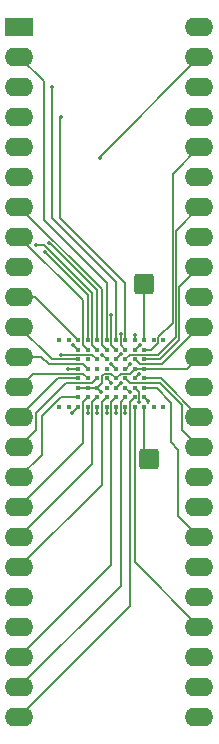
<source format=gbr>
%TF.GenerationSoftware,KiCad,Pcbnew,8.0.3*%
%TF.CreationDate,2024-11-10T13:10:44-08:00*%
%TF.ProjectId,LCSP072rev2,4c435350-3037-4327-9265-76322e6b6963,rev?*%
%TF.SameCoordinates,Original*%
%TF.FileFunction,Copper,L1,Top*%
%TF.FilePolarity,Positive*%
%FSLAX46Y46*%
G04 Gerber Fmt 4.6, Leading zero omitted, Abs format (unit mm)*
G04 Created by KiCad (PCBNEW 8.0.3) date 2024-11-10 13:10:44*
%MOMM*%
%LPD*%
G01*
G04 APERTURE LIST*
G04 Aperture macros list*
%AMRoundRect*
0 Rectangle with rounded corners*
0 $1 Rounding radius*
0 $2 $3 $4 $5 $6 $7 $8 $9 X,Y pos of 4 corners*
0 Add a 4 corners polygon primitive as box body*
4,1,4,$2,$3,$4,$5,$6,$7,$8,$9,$2,$3,0*
0 Add four circle primitives for the rounded corners*
1,1,$1+$1,$2,$3*
1,1,$1+$1,$4,$5*
1,1,$1+$1,$6,$7*
1,1,$1+$1,$8,$9*
0 Add four rect primitives between the rounded corners*
20,1,$1+$1,$2,$3,$4,$5,0*
20,1,$1+$1,$4,$5,$6,$7,0*
20,1,$1+$1,$6,$7,$8,$9,0*
20,1,$1+$1,$8,$9,$2,$3,0*%
G04 Aperture macros list end*
%TA.AperFunction,ComponentPad*%
%ADD10RoundRect,0.250000X-0.600000X-0.600000X0.600000X-0.600000X0.600000X0.600000X-0.600000X0.600000X0*%
%TD*%
%TA.AperFunction,ComponentPad*%
%ADD11R,2.400000X1.600000*%
%TD*%
%TA.AperFunction,ComponentPad*%
%ADD12O,2.400000X1.600000*%
%TD*%
%TA.AperFunction,SMDPad,CuDef*%
%ADD13C,0.450000*%
%TD*%
%TA.AperFunction,ViaPad*%
%ADD14C,0.350000*%
%TD*%
%TA.AperFunction,Conductor*%
%ADD15C,0.127000*%
%TD*%
%TA.AperFunction,Conductor*%
%ADD16C,0.200000*%
%TD*%
G04 APERTURE END LIST*
D10*
%TO.P,J3,1,Pin_1*%
%TO.N,Net-(J3-Pin_1)*%
X132175000Y-104200000D03*
%TD*%
D11*
%TO.P,J1,1,Pin_1*%
%TO.N,/A15*%
X121208800Y-67589400D03*
D12*
%TO.P,J1,2,Pin_2*%
%TO.N,/A14*%
X121208800Y-70129400D03*
%TO.P,J1,3,Pin_3*%
%TO.N,/A13*%
X121208800Y-72669400D03*
%TO.P,J1,4,Pin_4*%
%TO.N,/A12*%
X121208800Y-75209400D03*
%TO.P,J1,5,Pin_5*%
%TO.N,/A11*%
X121208800Y-77749400D03*
%TO.P,J1,6,Pin_6*%
%TO.N,/A10*%
X121208800Y-80289400D03*
%TO.P,J1,7,Pin_7*%
%TO.N,/A9*%
X121208800Y-82829400D03*
%TO.P,J1,8,Pin_8*%
%TO.N,/A8*%
X121208800Y-85369400D03*
%TO.P,J1,9,Pin_9*%
%TO.N,/A21*%
X121208800Y-87909400D03*
%TO.P,J1,10,Pin_10*%
%TO.N,/A20*%
X121208800Y-90449400D03*
%TO.P,J1,11,Pin_11*%
%TO.N,/WE*%
X121208800Y-92989400D03*
%TO.P,J1,12,Pin_12*%
%TO.N,/RST*%
X121208800Y-95529400D03*
%TO.P,J1,13,Pin_13*%
%TO.N,VPP*%
X121208800Y-98069400D03*
%TO.P,J1,14,Pin_14*%
%TO.N,/WP*%
X121208800Y-100609400D03*
%TO.P,J1,15,Pin_15*%
%TO.N,/A19*%
X121208800Y-103149400D03*
%TO.P,J1,16,Pin_16*%
%TO.N,/A18*%
X121208800Y-105689400D03*
%TO.P,J1,17,Pin_17*%
%TO.N,/A17*%
X121208800Y-108229400D03*
%TO.P,J1,18,Pin_18*%
%TO.N,/A7*%
X121208800Y-110769400D03*
%TO.P,J1,19,Pin_19*%
%TO.N,/A6*%
X121208800Y-113309400D03*
%TO.P,J1,20,Pin_20*%
%TO.N,/A5*%
X121208800Y-115849400D03*
%TO.P,J1,21,Pin_21*%
%TO.N,/A4*%
X121208800Y-118389400D03*
%TO.P,J1,22,Pin_22*%
%TO.N,/A3*%
X121208800Y-120929400D03*
%TO.P,J1,23,Pin_23*%
%TO.N,/A2*%
X121208800Y-123469400D03*
%TO.P,J1,24,Pin_24*%
%TO.N,/A1*%
X121208800Y-126009400D03*
%TO.P,J1,25,Pin_25*%
%TO.N,/A0*%
X136448800Y-126009400D03*
%TO.P,J1,26,Pin_26*%
%TO.N,/CE1*%
X136448800Y-123469400D03*
%TO.P,J1,27,Pin_27*%
%TO.N,GND*%
X136448800Y-120929400D03*
%TO.P,J1,28,Pin_28*%
%TO.N,/OE*%
X136448800Y-118389400D03*
%TO.P,J1,29,Pin_29*%
%TO.N,/DQ0*%
X136448800Y-115849400D03*
%TO.P,J1,30,Pin_30*%
%TO.N,/DQ8*%
X136448800Y-113309400D03*
%TO.P,J1,31,Pin_31*%
%TO.N,/DQ1*%
X136448800Y-110769400D03*
%TO.P,J1,32,Pin_32*%
%TO.N,/DQ9*%
X136448800Y-108229400D03*
%TO.P,J1,33,Pin_33*%
%TO.N,/DQ2*%
X136448800Y-105689400D03*
%TO.P,J1,34,Pin_34*%
%TO.N,/DQ10*%
X136448800Y-103149400D03*
%TO.P,J1,35,Pin_35*%
%TO.N,/DQ3*%
X136448800Y-100609400D03*
%TO.P,J1,36,Pin_36*%
%TO.N,/DQ11*%
X136448800Y-98069400D03*
%TO.P,J1,37,Pin_37*%
%TO.N,VCC*%
X136448800Y-95529400D03*
%TO.P,J1,38,Pin_38*%
%TO.N,/DQ4*%
X136448800Y-92989400D03*
%TO.P,J1,39,Pin_39*%
%TO.N,/DQ12*%
X136448800Y-90449400D03*
%TO.P,J1,40,Pin_40*%
%TO.N,/DQ5*%
X136448800Y-87909400D03*
%TO.P,J1,41,Pin_41*%
%TO.N,/DQ13*%
X136448800Y-85369400D03*
%TO.P,J1,42,Pin_42*%
%TO.N,/DQ6*%
X136448800Y-82829400D03*
%TO.P,J1,43,Pin_43*%
%TO.N,/DQ14*%
X136448800Y-80289400D03*
%TO.P,J1,44,Pin_44*%
%TO.N,/DQ7*%
X136448800Y-77749400D03*
%TO.P,J1,45,Pin_45*%
%TO.N,/DQ15*%
X136448800Y-75209400D03*
%TO.P,J1,46,Pin_46*%
%TO.N,GND*%
X136448800Y-72669400D03*
%TO.P,J1,47,Pin_47*%
%TO.N,/CE2*%
X136448800Y-70129400D03*
%TO.P,J1,48,Pin_48*%
%TO.N,/A16*%
X136448800Y-67589400D03*
%TD*%
D10*
%TO.P,J2,1,Pin_1*%
%TO.N,Net-(J2-Pin_1)*%
X131800000Y-89400000D03*
%TD*%
D13*
%TO.P,U1,A1*%
%TO.N,N/C*%
X124587000Y-94145800D03*
%TO.P,U1,A2*%
X125387000Y-94145800D03*
%TO.P,U1,A3,F-A20*%
%TO.N,/A20*%
X126187000Y-94145800D03*
%TO.P,U1,A4,A11*%
%TO.N,/A11*%
X126987000Y-94145800D03*
%TO.P,U1,A5,A15*%
%TO.N,/A15*%
X127787000Y-94145800D03*
%TO.P,U1,A6,A14*%
%TO.N,/A14*%
X128587000Y-94145800D03*
%TO.P,U1,A7,A13*%
%TO.N,/A13*%
X129387000Y-94145800D03*
%TO.P,U1,A8,A12*%
%TO.N,/A12*%
X130187000Y-94145800D03*
%TO.P,U1,A9,GND*%
%TO.N,GND*%
X130987000Y-94145800D03*
%TO.P,U1,A10,(VCCQ)\u002A\u002A*%
%TO.N,Net-(J2-Pin_1)*%
X131787000Y-94145800D03*
%TO.P,U1,A11*%
%TO.N,N/C*%
X132587000Y-94145800D03*
%TO.P,U1,A12*%
X133387000Y-94145800D03*
%TO.P,U1,B3,A16*%
%TO.N,/A16*%
X126187000Y-94945800D03*
%TO.P,U1,B4,A8*%
%TO.N,/A8*%
X126987000Y-94945800D03*
%TO.P,U1,B5,A10*%
%TO.N,/A10*%
X127787000Y-94945800D03*
%TO.P,U1,B6,A9*%
%TO.N,/A9*%
X128587000Y-94945800D03*
%TO.P,U1,B7,DQ15*%
%TO.N,/DQ15*%
X129387000Y-94945800D03*
%TO.P,U1,B8,S-~{WE}*%
%TO.N,VCC*%
X130187000Y-94945800D03*
%TO.P,U1,B9,DQ14*%
%TO.N,/DQ14*%
X130987000Y-94945800D03*
%TO.P,U1,B10,DQ7*%
%TO.N,/DQ7*%
X131787000Y-94945800D03*
%TO.P,U1,C3,F-~{WE}*%
%TO.N,/WE*%
X126187000Y-95745800D03*
%TO.P,U1,C4,F-RY/~{BY}*%
%TO.N,unconnected-(U1-F-RY{slash}~{BY}-PadC4)*%
X126987000Y-95745800D03*
%TO.P,U1,C5,F-A21*%
%TO.N,/A21*%
X127787000Y-95745800D03*
%TO.P,U1,C6,S-A17*%
%TO.N,GND*%
X128587000Y-95745800D03*
%TO.P,U1,C7,DQ13*%
%TO.N,/DQ13*%
X129387000Y-95745800D03*
%TO.P,U1,C8,DQ6*%
%TO.N,/DQ6*%
X130187000Y-95745800D03*
%TO.P,U1,C9,DQ4*%
%TO.N,/DQ4*%
X130987000Y-95745800D03*
%TO.P,U1,C10,DQ5*%
%TO.N,/DQ5*%
X131787000Y-95745800D03*
%TO.P,U1,D3,GND*%
%TO.N,GND*%
X126187000Y-96545800D03*
%TO.P,U1,D4,F-~{RST}*%
%TO.N,/RST*%
X126987000Y-96545800D03*
%TO.P,U1,D5,T1*%
%TO.N,unconnected-(U1-T1-PadD5)*%
X127787000Y-96545800D03*
%TO.P,U1,D6,T2*%
%TO.N,unconnected-(U1-T2-PadD6)*%
X128587000Y-96545800D03*
%TO.P,U1,D7,DQ12*%
%TO.N,/DQ12*%
X129387000Y-96545800D03*
%TO.P,U1,D8,S-CE_{2}*%
%TO.N,GND*%
X130187000Y-96545800D03*
%TO.P,U1,D9,S-VCC*%
%TO.N,VCC*%
X130987000Y-96545800D03*
%TO.P,U1,D10,F-VCC*%
X131787000Y-96545800D03*
%TO.P,U1,E3,F-~{WP}*%
%TO.N,/WP*%
X126187000Y-97345800D03*
%TO.P,U1,E4,F-VPP*%
%TO.N,VPP*%
X126987000Y-97345800D03*
%TO.P,U1,E5,F-A19*%
%TO.N,/A19*%
X127787000Y-97345800D03*
%TO.P,U1,E6,DQ11*%
%TO.N,/DQ11*%
X128587000Y-97345800D03*
%TO.P,U1,E7,(F/S-VCC)\u002A\u002A*%
%TO.N,VCC*%
X129387000Y-97345800D03*
%TO.P,U1,E8,DQ10*%
%TO.N,/DQ10*%
X130187000Y-97345800D03*
%TO.P,U1,E9,DQ2*%
%TO.N,/DQ2*%
X130987000Y-97345800D03*
%TO.P,U1,E10,DQ3*%
%TO.N,/DQ3*%
X131787000Y-97345800D03*
%TO.P,U1,F3,S-~{LB}*%
%TO.N,VCC*%
X126187000Y-98145800D03*
%TO.P,U1,F4,S-~{UB}*%
X126987000Y-98145800D03*
%TO.P,U1,F5,S-~{OE}*%
X127787000Y-98145800D03*
%TO.P,U1,F6,T3*%
%TO.N,unconnected-(U1-T3-PadF6)*%
X128587000Y-98145800D03*
%TO.P,U1,F7,DQ9*%
%TO.N,/DQ9*%
X129387000Y-98145800D03*
%TO.P,U1,F8,DQ8*%
%TO.N,/DQ8*%
X130187000Y-98145800D03*
%TO.P,U1,F9,DQ0*%
%TO.N,/DQ0*%
X130987000Y-98145800D03*
%TO.P,U1,F10,DQ1*%
%TO.N,/DQ1*%
X131787000Y-98145800D03*
%TO.P,U1,G3,A18*%
%TO.N,/A18*%
X126187000Y-98945800D03*
%TO.P,U1,G4,F-A17*%
%TO.N,/A17*%
X126987000Y-98945800D03*
%TO.P,U1,G5,A7*%
%TO.N,/A7*%
X127787000Y-98945800D03*
%TO.P,U1,G6,A6*%
%TO.N,/A6*%
X128587000Y-98945800D03*
%TO.P,U1,G7,A3*%
%TO.N,/A3*%
X129387000Y-98945800D03*
%TO.P,U1,G8,A2*%
%TO.N,/A2*%
X130187000Y-98945800D03*
%TO.P,U1,G9,A1*%
%TO.N,/A1*%
X130987000Y-98945800D03*
%TO.P,U1,G10,S(C)\u002A\u002A-~{CE}_{1}*%
%TO.N,VCC*%
X131787000Y-98945800D03*
%TO.P,U1,H1*%
%TO.N,N/C*%
X124587000Y-99745800D03*
%TO.P,U1,H2*%
X125387000Y-99745800D03*
%TO.P,U1,H3,(F-~{CE}_{2})\u002A\u002A*%
%TO.N,/CE2*%
X126187000Y-99745800D03*
%TO.P,U1,H4,A5*%
%TO.N,/A5*%
X126987000Y-99745800D03*
%TO.P,U1,H5,A4*%
%TO.N,/A4*%
X127787000Y-99745800D03*
%TO.P,U1,H6,A0*%
%TO.N,/A0*%
X128587000Y-99745800D03*
%TO.P,U1,H7,F-~{CE}_{1}*%
%TO.N,/CE1*%
X129387000Y-99745800D03*
%TO.P,U1,H8,GND*%
%TO.N,GND*%
X130187000Y-99745800D03*
%TO.P,U1,H9,F-~{OE}*%
%TO.N,/OE*%
X130987000Y-99745800D03*
%TO.P,U1,H10,(S-~{CE}_{1})/(F-~{BE}_{2})\u002A\u002A*%
%TO.N,Net-(J3-Pin_1)*%
X131787000Y-99745800D03*
%TO.P,U1,H11*%
%TO.N,N/C*%
X132587000Y-99745800D03*
%TO.P,U1,H12*%
X133387000Y-99745800D03*
%TD*%
D14*
%TO.N,/DQ11*%
X128955800Y-97713800D03*
%TO.N,/DQ13*%
X129794000Y-95326200D03*
%TO.N,/DQ12*%
X129006600Y-96143400D03*
%TO.N,VCC*%
X129775000Y-93575000D03*
X128143000Y-98526600D03*
X132130800Y-99288600D03*
%TO.N,GND*%
X125300000Y-96550000D03*
X130600000Y-96150000D03*
X131000000Y-93700000D03*
X128193800Y-95351600D03*
X130187000Y-100265800D03*
%TO.N,/A16*%
X125780800Y-94564200D03*
%TO.N,/A0*%
X128600200Y-100289400D03*
%TO.N,/DQ2*%
X131368800Y-96977200D03*
%TO.N,/DQ8*%
X130559457Y-98516700D03*
%TO.N,/A5*%
X126990000Y-100304600D03*
%TO.N,/A13*%
X123952000Y-72669400D03*
%TO.N,/A15*%
X123756252Y-85893748D03*
%TO.N,/DQ9*%
X129794000Y-97739200D03*
%TO.N,/A11*%
X123376500Y-86673500D03*
%TO.N,/A4*%
X127800000Y-100304600D03*
%TO.N,/A12*%
X124714000Y-75209400D03*
%TO.N,/A21*%
X124739400Y-95351600D03*
%TO.N,/DQ15*%
X128975000Y-91975000D03*
%TO.N,/A10*%
X122625000Y-86025000D03*
%TO.N,/DQ14*%
X131379000Y-94554000D03*
%TO.N,/DQ0*%
X131375000Y-99350000D03*
%TO.N,/CE1*%
X129400000Y-100279200D03*
%TO.N,/CE2*%
X128000000Y-78675000D03*
X125700000Y-100300000D03*
%TD*%
D15*
%TO.N,/A4*%
X127800000Y-100304600D02*
X127787000Y-100291600D01*
X127787000Y-100291600D02*
X127787000Y-99745800D01*
%TO.N,/A5*%
X126987000Y-100301600D02*
X126987000Y-99745800D01*
X126990000Y-100304600D02*
X126987000Y-100301600D01*
%TO.N,/A0*%
X128587000Y-100276200D02*
X128587000Y-99745800D01*
X128600200Y-100289400D02*
X128587000Y-100276200D01*
%TO.N,/DQ14*%
X130987200Y-94945800D02*
X130987000Y-94945800D01*
X131379000Y-94554000D02*
X130987200Y-94945800D01*
%TO.N,/DQ8*%
X130557900Y-98516700D02*
X130187000Y-98145800D01*
X130559457Y-98516700D02*
X130557900Y-98516700D01*
%TO.N,/DQ12*%
X129006600Y-96143400D02*
X129387000Y-96523800D01*
X129387000Y-96523800D02*
X129387000Y-96545800D01*
%TO.N,/A14*%
X128587000Y-94145800D02*
X128587000Y-89267800D01*
X128587000Y-89267800D02*
X123266200Y-83947000D01*
X123266200Y-72186800D02*
X121208800Y-70129400D01*
X123266200Y-83947000D02*
X123266200Y-72186800D01*
%TO.N,/A18*%
X123088400Y-100558600D02*
X124701200Y-98945800D01*
X124701200Y-98945800D02*
X126187000Y-98945800D01*
X121208800Y-105689400D02*
X123088400Y-103809800D01*
X123088400Y-103809800D02*
X123088400Y-100558600D01*
%TO.N,/A6*%
X128175000Y-106343200D02*
X128175000Y-99357800D01*
X128175000Y-99357800D02*
X128587000Y-98945800D01*
X121208800Y-113309400D02*
X128175000Y-106343200D01*
%TO.N,Net-(J2-Pin_1)*%
X131787000Y-89421600D02*
X131800600Y-89408000D01*
X131787000Y-94145800D02*
X131787000Y-89421600D01*
%TO.N,/DQ11*%
X128587000Y-97345800D02*
X128587800Y-97345800D01*
X128587800Y-97345800D02*
X128955800Y-97713800D01*
%TO.N,/DQ1*%
X134670800Y-103378000D02*
X134670800Y-108991400D01*
X131787000Y-98145800D02*
X132820800Y-98145800D01*
X132820800Y-98145800D02*
X134075000Y-99400000D01*
X134075000Y-99400000D02*
X134075000Y-102782200D01*
X134670800Y-108991400D02*
X136448800Y-110769400D01*
X134075000Y-102782200D02*
X134670800Y-103378000D01*
%TO.N,VPP*%
X122328200Y-96950000D02*
X126591200Y-96950000D01*
X121208800Y-98069400D02*
X122328200Y-96950000D01*
X126591200Y-96950000D02*
X126987000Y-97345800D01*
%TO.N,/DQ4*%
X133288200Y-96150000D02*
X131391200Y-96150000D01*
X131391200Y-96150000D02*
X130987000Y-95745800D01*
X136448800Y-92989400D02*
X133288200Y-96150000D01*
%TO.N,/DQ13*%
X129387000Y-95745800D02*
X129387000Y-95733200D01*
X129387000Y-95733200D02*
X129794000Y-95326200D01*
%TO.N,/DQ12*%
X129387000Y-96545800D02*
X129387200Y-96545800D01*
D16*
%TO.N,VCC*%
X135432400Y-96545800D02*
X131787000Y-96545800D01*
D15*
X130987000Y-96545800D02*
X130582800Y-96950000D01*
D16*
X131787000Y-96545800D02*
X130987000Y-96545800D01*
D15*
X131788000Y-98945800D02*
X132130800Y-99288600D01*
X127787000Y-98145800D02*
X128175000Y-97757800D01*
X129775000Y-93575000D02*
X129775000Y-94533800D01*
X128175000Y-97757800D02*
X128175000Y-97177469D01*
X128991200Y-96950000D02*
X129387000Y-97345800D01*
X128143000Y-98501800D02*
X127787000Y-98145800D01*
X131787000Y-98945800D02*
X131788000Y-98945800D01*
D16*
X136448800Y-95529400D02*
X135432400Y-96545800D01*
D15*
X132130800Y-99288600D02*
X132130800Y-99402000D01*
X128175000Y-97177469D02*
X128402469Y-96950000D01*
X129782800Y-96950000D02*
X129387000Y-97345800D01*
X126187000Y-98145800D02*
X127787000Y-98145800D01*
X130582800Y-96950000D02*
X129782800Y-96950000D01*
X128402469Y-96950000D02*
X128991200Y-96950000D01*
X129775000Y-94533800D02*
X130187000Y-94945800D01*
X128143000Y-98526600D02*
X128143000Y-98501800D01*
%TO.N,GND*%
X130987000Y-93713000D02*
X130987000Y-94145800D01*
X130600000Y-96150000D02*
X130204200Y-96545800D01*
X125300000Y-96550000D02*
X125304200Y-96545800D01*
X131000000Y-93700000D02*
X130987000Y-93713000D01*
X130187000Y-96545800D02*
X130187000Y-96533400D01*
X128587000Y-95744800D02*
X128193800Y-95351600D01*
X128587000Y-95745800D02*
X128587000Y-95744800D01*
X125304200Y-96545800D02*
X126187000Y-96545800D01*
X130204200Y-96545800D02*
X130187000Y-96545800D01*
X130187000Y-100265800D02*
X130187000Y-99745800D01*
%TO.N,/A16*%
X126187000Y-94945800D02*
X126162400Y-94945800D01*
X126162400Y-94945800D02*
X125780800Y-94564200D01*
%TO.N,/DQ5*%
X134700000Y-89658200D02*
X136448800Y-87909400D01*
X134700000Y-94125000D02*
X134700000Y-89658200D01*
X131787000Y-95745800D02*
X133079200Y-95745800D01*
X133079200Y-95745800D02*
X134700000Y-94125000D01*
%TO.N,/A3*%
X129387000Y-98945800D02*
X128975000Y-99357800D01*
X128975000Y-99357800D02*
X128975000Y-113163200D01*
X128975000Y-113163200D02*
X121208800Y-120929400D01*
%TO.N,/DQ2*%
X131000200Y-97345800D02*
X131368800Y-96977200D01*
X130987000Y-97345800D02*
X131000200Y-97345800D01*
%TO.N,/A8*%
X126987000Y-94945800D02*
X126575000Y-94533800D01*
X126575000Y-94533800D02*
X126575000Y-90735600D01*
X126575000Y-90735600D02*
X121208800Y-85369400D01*
%TO.N,/DQ6*%
X134442400Y-93850358D02*
X134442400Y-84835800D01*
X132942758Y-95350000D02*
X134442400Y-93850358D01*
X130582800Y-95350000D02*
X132942758Y-95350000D01*
X134442400Y-84835800D02*
X136448800Y-82829400D01*
X130187000Y-95745800D02*
X130582800Y-95350000D01*
%TO.N,/A13*%
X129387000Y-89229600D02*
X123952000Y-83794600D01*
X129387000Y-94145800D02*
X129387000Y-89229600D01*
X123952000Y-83794600D02*
X123952000Y-72669400D01*
%TO.N,/A15*%
X127787000Y-89890200D02*
X127787000Y-94145800D01*
X123790548Y-85893748D02*
X127787000Y-89890200D01*
X123756252Y-85893748D02*
X123790548Y-85893748D01*
%TO.N,/DQ9*%
X129387000Y-98145800D02*
X129387400Y-98145800D01*
X129387400Y-98145800D02*
X129794000Y-97739200D01*
%TO.N,/DQ10*%
X135000000Y-101700600D02*
X135000000Y-99600000D01*
X130591200Y-97750000D02*
X130187000Y-97345800D01*
X133150000Y-97750000D02*
X130591200Y-97750000D01*
X136448800Y-103149400D02*
X135000000Y-101700600D01*
X135000000Y-99600000D02*
X133150000Y-97750000D01*
%TO.N,/A2*%
X130187000Y-98945800D02*
X129775000Y-99357800D01*
X129775000Y-114903200D02*
X121208800Y-123469400D01*
X129775000Y-99357800D02*
X129775000Y-114903200D01*
%TO.N,/A19*%
X122650000Y-100260400D02*
X125160400Y-97750000D01*
X121208800Y-103149400D02*
X122650000Y-101708200D01*
X122650000Y-101708200D02*
X122650000Y-100260400D01*
X127382800Y-97750000D02*
X127787000Y-97345800D01*
X125160400Y-97750000D02*
X127382800Y-97750000D01*
%TO.N,/A11*%
X123376500Y-86673500D02*
X126987000Y-90284000D01*
X126987000Y-90284000D02*
X126987000Y-94145800D01*
%TO.N,/A12*%
X124688600Y-83769200D02*
X124688600Y-75234800D01*
X130187000Y-94145800D02*
X130187000Y-89267600D01*
X130187000Y-89267600D02*
X124688600Y-83769200D01*
X124688600Y-75234800D02*
X124714000Y-75209400D01*
%TO.N,/A7*%
X127375000Y-99357800D02*
X127787000Y-98945800D01*
X127375000Y-104603200D02*
X127375000Y-99357800D01*
X121208800Y-110769400D02*
X127375000Y-104603200D01*
%TO.N,/A21*%
X127775200Y-95745800D02*
X127381000Y-95351600D01*
X127381000Y-95351600D02*
X124739400Y-95351600D01*
X127787000Y-95745800D02*
X127775200Y-95745800D01*
%TO.N,/A9*%
X128175000Y-94533800D02*
X128587000Y-94945800D01*
X128175000Y-89795600D02*
X128175000Y-94533800D01*
X121208800Y-82829400D02*
X128175000Y-89795600D01*
%TO.N,/DQ3*%
X131787000Y-97345800D02*
X133185200Y-97345800D01*
X133185200Y-97345800D02*
X136448800Y-100609400D01*
%TO.N,/DQ15*%
X128975000Y-94533800D02*
X129387000Y-94945800D01*
X128975000Y-91975000D02*
X128975000Y-94533800D01*
%TO.N,/DQ7*%
X132975000Y-93875800D02*
X134175000Y-92675800D01*
X131787000Y-94945800D02*
X132367331Y-94945800D01*
X134175000Y-92675800D02*
X134175000Y-80023200D01*
X132975000Y-94338131D02*
X132975000Y-93875800D01*
X134175000Y-80023200D02*
X136448800Y-77749400D01*
X132367331Y-94945800D02*
X132975000Y-94338131D01*
%TO.N,/A17*%
X126575000Y-102863200D02*
X126575000Y-99357800D01*
X121208800Y-108229400D02*
X126575000Y-102863200D01*
X126575000Y-99357800D02*
X126987000Y-98945800D01*
%TO.N,/A20*%
X126187000Y-94145800D02*
X122490600Y-90449400D01*
X122490600Y-90449400D02*
X121208800Y-90449400D01*
%TO.N,/A10*%
X122625000Y-86025000D02*
X123312200Y-86025000D01*
X127375000Y-94533800D02*
X127787000Y-94945800D01*
X123312200Y-86025000D02*
X127375000Y-90087800D01*
X127375000Y-90087800D02*
X127375000Y-94533800D01*
%TO.N,/A1*%
X130575000Y-116643200D02*
X121208800Y-126009400D01*
X130987000Y-98945800D02*
X130575000Y-99357800D01*
X130575000Y-99357800D02*
X130575000Y-116643200D01*
%TO.N,/DQ0*%
X131375000Y-98533800D02*
X130987000Y-98145800D01*
X131375000Y-99350000D02*
X131375000Y-98533800D01*
%TO.N,Net-(J3-Pin_1)*%
X131787000Y-103812000D02*
X132175000Y-104200000D01*
X131787000Y-99745800D02*
X131787000Y-103812000D01*
%TO.N,/RST*%
X126591200Y-96150000D02*
X123683600Y-96150000D01*
X126987000Y-96545800D02*
X126591200Y-96150000D01*
X123063000Y-95529400D02*
X121208800Y-95529400D01*
X123683600Y-96150000D02*
X123063000Y-95529400D01*
%TO.N,/WP*%
X124472400Y-97345800D02*
X121208800Y-100609400D01*
X126187000Y-97345800D02*
X124472400Y-97345800D01*
%TO.N,/WE*%
X123965200Y-95745800D02*
X121208800Y-92989400D01*
X126187000Y-95745800D02*
X123965200Y-95745800D01*
%TO.N,/OE*%
X130987000Y-112927600D02*
X136448800Y-118389400D01*
X130987000Y-99745800D02*
X130987000Y-112927600D01*
%TO.N,/CE1*%
X129387000Y-100278600D02*
X129387600Y-100279200D01*
X129387000Y-99745800D02*
X129387000Y-100278600D01*
%TO.N,/CE2*%
X126187000Y-99813000D02*
X126187000Y-99745800D01*
X125700000Y-100300000D02*
X126187000Y-99813000D01*
X128000000Y-78578200D02*
X128000000Y-78675000D01*
X136448800Y-70129400D02*
X128000000Y-78578200D01*
%TD*%
M02*

</source>
